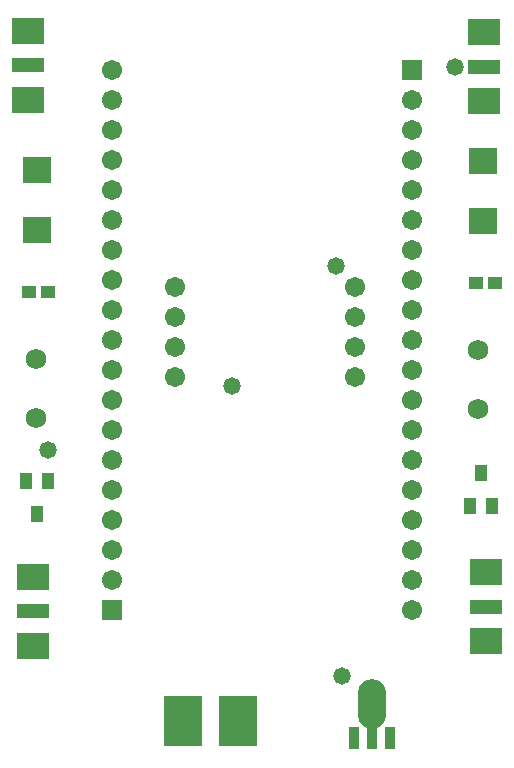
<source format=gts>
G04*
G04 #@! TF.GenerationSoftware,Altium Limited,Altium Designer,21.4.1 (30)*
G04*
G04 Layer_Color=8388736*
%FSLAX25Y25*%
%MOIN*%
G70*
G04*
G04 #@! TF.SameCoordinates,14F4F737-F107-41AB-BACD-CDD85754C322*
G04*
G04*
G04 #@! TF.FilePolarity,Negative*
G04*
G01*
G75*
%ADD23R,0.03300X0.07800*%
%ADD24O,0.09461X0.16548*%
%ADD25R,0.12611X0.16548*%
%ADD26C,0.06706*%
%ADD27R,0.09776X0.08792*%
%ADD28R,0.04599X0.03950*%
%ADD29R,0.10642X0.04737*%
%ADD30R,0.10642X0.08674*%
%ADD31R,0.04147X0.05721*%
%ADD32R,0.06706X0.06706*%
%ADD33C,0.06800*%
%ADD34C,0.05800*%
D23*
X368500Y183300D02*
D03*
X380500D02*
D03*
X374500D02*
D03*
D24*
Y194500D02*
D03*
D25*
X311500Y189000D02*
D03*
X330000D02*
D03*
D26*
X309000Y333500D02*
D03*
Y323500D02*
D03*
Y313500D02*
D03*
Y303500D02*
D03*
X369000Y333500D02*
D03*
Y323500D02*
D03*
Y313500D02*
D03*
Y303500D02*
D03*
X388000Y226000D02*
D03*
Y236000D02*
D03*
Y246000D02*
D03*
Y256000D02*
D03*
Y266000D02*
D03*
Y276000D02*
D03*
Y286000D02*
D03*
Y296000D02*
D03*
Y306000D02*
D03*
Y316000D02*
D03*
Y326000D02*
D03*
Y336000D02*
D03*
Y346000D02*
D03*
Y356000D02*
D03*
Y366000D02*
D03*
Y376000D02*
D03*
Y386000D02*
D03*
Y396000D02*
D03*
X288000Y406000D02*
D03*
Y396000D02*
D03*
Y386000D02*
D03*
Y376000D02*
D03*
Y366000D02*
D03*
Y356000D02*
D03*
Y346000D02*
D03*
Y336000D02*
D03*
Y326000D02*
D03*
Y316000D02*
D03*
Y306000D02*
D03*
Y296000D02*
D03*
Y286000D02*
D03*
Y276000D02*
D03*
Y266000D02*
D03*
Y256000D02*
D03*
Y246000D02*
D03*
Y236000D02*
D03*
D27*
X263000Y372500D02*
D03*
Y352500D02*
D03*
X411500Y355500D02*
D03*
Y375500D02*
D03*
D28*
X266500Y332000D02*
D03*
X260201D02*
D03*
X415500Y335000D02*
D03*
X409201D02*
D03*
D29*
X261500Y225500D02*
D03*
X412500Y227000D02*
D03*
X412000Y407000D02*
D03*
X260000Y407500D02*
D03*
D30*
X261500Y237000D02*
D03*
Y214000D02*
D03*
X412500Y238500D02*
D03*
Y215500D02*
D03*
X412000Y418500D02*
D03*
Y395500D02*
D03*
X260000Y396000D02*
D03*
Y419000D02*
D03*
D31*
X263000Y258008D02*
D03*
X259260Y268992D02*
D03*
X266740D02*
D03*
X411000Y271492D02*
D03*
X414740Y260508D02*
D03*
X407260D02*
D03*
D32*
X388000Y406000D02*
D03*
X288000Y226000D02*
D03*
D33*
X262500Y289815D02*
D03*
Y309500D02*
D03*
X410000Y293000D02*
D03*
Y312685D02*
D03*
D34*
X364700Y203900D02*
D03*
X266740Y279340D02*
D03*
X362700Y340500D02*
D03*
X402300Y407000D02*
D03*
X327800Y300500D02*
D03*
M02*

</source>
